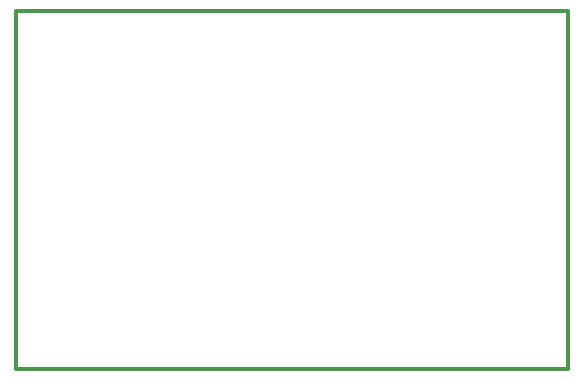
<source format=gko>
%FSLAX24Y24*%
%MOIN*%
G70*
G01*
G75*
G04 Layer_Color=16711935*
%ADD10R,0.0354X0.0315*%
%ADD11R,0.0315X0.0354*%
%ADD12R,0.0276X0.0354*%
%ADD13R,0.0319X0.0661*%
%ADD14R,0.0394X0.0315*%
%ADD15R,0.0276X0.0591*%
%ADD16R,0.0600X0.0300*%
%ADD17R,0.0300X0.0598*%
%ADD18R,0.0598X0.0300*%
%ADD19R,0.0217X0.0394*%
%ADD20R,0.0157X0.0157*%
%ADD21C,0.0150*%
%ADD22C,0.0120*%
%ADD23C,0.0100*%
%ADD24C,0.0181*%
%ADD25C,0.0630*%
%ADD26C,0.0661*%
%ADD27C,0.0591*%
%ADD28C,0.1378*%
%ADD29C,0.0320*%
%ADD30C,0.0400*%
%ADD31C,0.0500*%
%ADD32R,0.0354X0.0276*%
%ADD33R,0.0532X0.0157*%
%ADD34R,0.0630X0.0748*%
%ADD35R,0.0551X0.0630*%
%ADD36R,0.0236X0.0591*%
%ADD37R,0.0591X0.0236*%
%ADD38O,0.0118X0.0650*%
%ADD39R,0.0335X0.0157*%
%ADD40R,0.0512X0.0217*%
%ADD41R,0.0209X0.0118*%
%ADD42R,0.0193X0.0118*%
%ADD43R,0.0201X0.0136*%
%ADD44R,0.0136X0.0201*%
%ADD45R,0.0315X0.0197*%
%ADD46C,0.0200*%
%ADD47C,0.0098*%
%ADD48C,0.0050*%
%ADD49C,0.0079*%
%ADD50C,0.0039*%
%ADD51C,0.0080*%
%ADD52R,0.0414X0.0375*%
%ADD53R,0.0375X0.0414*%
%ADD54R,0.0336X0.0414*%
%ADD55R,0.0379X0.0721*%
%ADD56R,0.0454X0.0375*%
%ADD57R,0.0336X0.0651*%
%ADD58R,0.0660X0.0360*%
%ADD59R,0.0360X0.0658*%
%ADD60R,0.0658X0.0360*%
%ADD61R,0.0277X0.0454*%
%ADD62C,0.0690*%
%ADD63C,0.0721*%
%ADD64C,0.0651*%
%ADD65C,0.0060*%
%ADD66C,0.1438*%
%ADD67C,0.0600*%
%ADD68R,0.0414X0.0336*%
%ADD69R,0.0610X0.0236*%
%ADD70R,0.0709X0.0827*%
%ADD71R,0.0630X0.0709*%
%ADD72R,0.0296X0.0651*%
%ADD73R,0.0651X0.0296*%
%ADD74O,0.0178X0.0710*%
%ADD75R,0.0395X0.0217*%
%ADD76R,0.0572X0.0277*%
%ADD77R,0.0269X0.0178*%
%ADD78R,0.0253X0.0178*%
%ADD79R,0.0280X0.0215*%
%ADD80R,0.0215X0.0280*%
%ADD81R,0.0375X0.0257*%
%ADD82C,0.0236*%
%ADD83C,0.0047*%
D22*
X0Y0D02*
Y11950D01*
X18400D01*
Y0D02*
Y11950D01*
X0Y0D02*
X18400D01*
M02*

</source>
